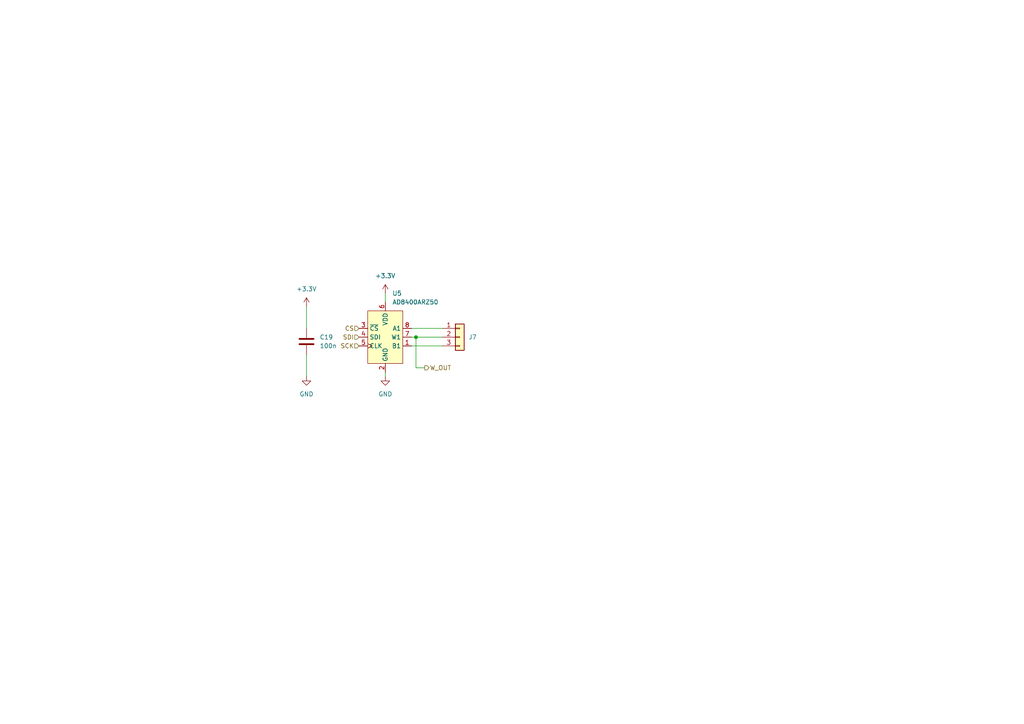
<source format=kicad_sch>
(kicad_sch (version 20211123) (generator eeschema)

  (uuid 7296a190-b3a0-49f6-b8ab-69f937b532a8)

  (paper "A4")

  (lib_symbols
    (symbol "Connector_Generic:Conn_01x03" (pin_names (offset 1.016) hide) (in_bom yes) (on_board yes)
      (property "Reference" "J" (id 0) (at 0 5.08 0)
        (effects (font (size 1.27 1.27)))
      )
      (property "Value" "Conn_01x03" (id 1) (at 0 -5.08 0)
        (effects (font (size 1.27 1.27)))
      )
      (property "Footprint" "" (id 2) (at 0 0 0)
        (effects (font (size 1.27 1.27)) hide)
      )
      (property "Datasheet" "~" (id 3) (at 0 0 0)
        (effects (font (size 1.27 1.27)) hide)
      )
      (property "ki_keywords" "connector" (id 4) (at 0 0 0)
        (effects (font (size 1.27 1.27)) hide)
      )
      (property "ki_description" "Generic connector, single row, 01x03, script generated (kicad-library-utils/schlib/autogen/connector/)" (id 5) (at 0 0 0)
        (effects (font (size 1.27 1.27)) hide)
      )
      (property "ki_fp_filters" "Connector*:*_1x??_*" (id 6) (at 0 0 0)
        (effects (font (size 1.27 1.27)) hide)
      )
      (symbol "Conn_01x03_1_1"
        (rectangle (start -1.27 -2.413) (end 0 -2.667)
          (stroke (width 0.1524) (type default) (color 0 0 0 0))
          (fill (type none))
        )
        (rectangle (start -1.27 0.127) (end 0 -0.127)
          (stroke (width 0.1524) (type default) (color 0 0 0 0))
          (fill (type none))
        )
        (rectangle (start -1.27 2.667) (end 0 2.413)
          (stroke (width 0.1524) (type default) (color 0 0 0 0))
          (fill (type none))
        )
        (rectangle (start -1.27 3.81) (end 1.27 -3.81)
          (stroke (width 0.254) (type default) (color 0 0 0 0))
          (fill (type background))
        )
        (pin passive line (at -5.08 2.54 0) (length 3.81)
          (name "Pin_1" (effects (font (size 1.27 1.27))))
          (number "1" (effects (font (size 1.27 1.27))))
        )
        (pin passive line (at -5.08 0 0) (length 3.81)
          (name "Pin_2" (effects (font (size 1.27 1.27))))
          (number "2" (effects (font (size 1.27 1.27))))
        )
        (pin passive line (at -5.08 -2.54 0) (length 3.81)
          (name "Pin_3" (effects (font (size 1.27 1.27))))
          (number "3" (effects (font (size 1.27 1.27))))
        )
      )
    )
    (symbol "Device:C" (pin_numbers hide) (pin_names (offset 0.254)) (in_bom yes) (on_board yes)
      (property "Reference" "C" (id 0) (at 0.635 2.54 0)
        (effects (font (size 1.27 1.27)) (justify left))
      )
      (property "Value" "C" (id 1) (at 0.635 -2.54 0)
        (effects (font (size 1.27 1.27)) (justify left))
      )
      (property "Footprint" "" (id 2) (at 0.9652 -3.81 0)
        (effects (font (size 1.27 1.27)) hide)
      )
      (property "Datasheet" "~" (id 3) (at 0 0 0)
        (effects (font (size 1.27 1.27)) hide)
      )
      (property "ki_keywords" "cap capacitor" (id 4) (at 0 0 0)
        (effects (font (size 1.27 1.27)) hide)
      )
      (property "ki_description" "Unpolarized capacitor" (id 5) (at 0 0 0)
        (effects (font (size 1.27 1.27)) hide)
      )
      (property "ki_fp_filters" "C_*" (id 6) (at 0 0 0)
        (effects (font (size 1.27 1.27)) hide)
      )
      (symbol "C_0_1"
        (polyline
          (pts
            (xy -2.032 -0.762)
            (xy 2.032 -0.762)
          )
          (stroke (width 0.508) (type default) (color 0 0 0 0))
          (fill (type none))
        )
        (polyline
          (pts
            (xy -2.032 0.762)
            (xy 2.032 0.762)
          )
          (stroke (width 0.508) (type default) (color 0 0 0 0))
          (fill (type none))
        )
      )
      (symbol "C_1_1"
        (pin passive line (at 0 3.81 270) (length 2.794)
          (name "~" (effects (font (size 1.27 1.27))))
          (number "1" (effects (font (size 1.27 1.27))))
        )
        (pin passive line (at 0 -3.81 90) (length 2.794)
          (name "~" (effects (font (size 1.27 1.27))))
          (number "2" (effects (font (size 1.27 1.27))))
        )
      )
    )
    (symbol "power:+3.3V" (power) (pin_names (offset 0)) (in_bom yes) (on_board yes)
      (property "Reference" "#PWR" (id 0) (at 0 -3.81 0)
        (effects (font (size 1.27 1.27)) hide)
      )
      (property "Value" "+3.3V" (id 1) (at 0 3.556 0)
        (effects (font (size 1.27 1.27)))
      )
      (property "Footprint" "" (id 2) (at 0 0 0)
        (effects (font (size 1.27 1.27)) hide)
      )
      (property "Datasheet" "" (id 3) (at 0 0 0)
        (effects (font (size 1.27 1.27)) hide)
      )
      (property "ki_keywords" "power-flag" (id 4) (at 0 0 0)
        (effects (font (size 1.27 1.27)) hide)
      )
      (property "ki_description" "Power symbol creates a global label with name \"+3.3V\"" (id 5) (at 0 0 0)
        (effects (font (size 1.27 1.27)) hide)
      )
      (symbol "+3.3V_0_1"
        (polyline
          (pts
            (xy -0.762 1.27)
            (xy 0 2.54)
          )
          (stroke (width 0) (type default) (color 0 0 0 0))
          (fill (type none))
        )
        (polyline
          (pts
            (xy 0 0)
            (xy 0 2.54)
          )
          (stroke (width 0) (type default) (color 0 0 0 0))
          (fill (type none))
        )
        (polyline
          (pts
            (xy 0 2.54)
            (xy 0.762 1.27)
          )
          (stroke (width 0) (type default) (color 0 0 0 0))
          (fill (type none))
        )
      )
      (symbol "+3.3V_1_1"
        (pin power_in line (at 0 0 90) (length 0) hide
          (name "+3.3V" (effects (font (size 1.27 1.27))))
          (number "1" (effects (font (size 1.27 1.27))))
        )
      )
    )
    (symbol "power:GND" (power) (pin_names (offset 0)) (in_bom yes) (on_board yes)
      (property "Reference" "#PWR" (id 0) (at 0 -6.35 0)
        (effects (font (size 1.27 1.27)) hide)
      )
      (property "Value" "GND" (id 1) (at 0 -3.81 0)
        (effects (font (size 1.27 1.27)))
      )
      (property "Footprint" "" (id 2) (at 0 0 0)
        (effects (font (size 1.27 1.27)) hide)
      )
      (property "Datasheet" "" (id 3) (at 0 0 0)
        (effects (font (size 1.27 1.27)) hide)
      )
      (property "ki_keywords" "power-flag" (id 4) (at 0 0 0)
        (effects (font (size 1.27 1.27)) hide)
      )
      (property "ki_description" "Power symbol creates a global label with name \"GND\" , ground" (id 5) (at 0 0 0)
        (effects (font (size 1.27 1.27)) hide)
      )
      (symbol "GND_0_1"
        (polyline
          (pts
            (xy 0 0)
            (xy 0 -1.27)
            (xy 1.27 -1.27)
            (xy 0 -2.54)
            (xy -1.27 -1.27)
            (xy 0 -1.27)
          )
          (stroke (width 0) (type default) (color 0 0 0 0))
          (fill (type none))
        )
      )
      (symbol "GND_1_1"
        (pin power_in line (at 0 0 270) (length 0) hide
          (name "GND" (effects (font (size 1.27 1.27))))
          (number "1" (effects (font (size 1.27 1.27))))
        )
      )
    )
    (symbol "symbols:AD8400ARZ50" (in_bom yes) (on_board yes)
      (property "Reference" "U" (id 0) (at 7.62 -7.62 0)
        (effects (font (size 1.27 1.27)))
      )
      (property "Value" "AD8400ARZ50" (id 1) (at 5.08 10.16 0)
        (effects (font (size 1.27 1.27)))
      )
      (property "Footprint" "Package_SO:SOP-8_3.9x4.9mm_P1.27mm" (id 2) (at 0 0 0)
        (effects (font (size 1.27 1.27)) hide)
      )
      (property "Datasheet" "" (id 3) (at 17.78 17.78 0)
        (effects (font (size 1.27 1.27)) hide)
      )
      (symbol "AD8400ARZ50_0_1"
        (rectangle (start -5.08 7.62) (end 5.08 -7.62)
          (stroke (width 0.1524) (type default) (color 0 0 0 0))
          (fill (type background))
        )
      )
      (symbol "AD8400ARZ50_1_1"
        (pin passive line (at 7.62 -2.54 180) (length 2.54)
          (name "B1" (effects (font (size 1.27 1.27))))
          (number "1" (effects (font (size 1.27 1.27))))
        )
        (pin power_in line (at 0 -10.16 90) (length 2.54)
          (name "GND" (effects (font (size 1.27 1.27))))
          (number "2" (effects (font (size 1.27 1.27))))
        )
        (pin input line (at -7.62 2.54 0) (length 2.54)
          (name "~{CS}" (effects (font (size 1.27 1.27))))
          (number "3" (effects (font (size 1.27 1.27))))
        )
        (pin input line (at -7.62 0 0) (length 2.54)
          (name "SDI" (effects (font (size 1.27 1.27))))
          (number "4" (effects (font (size 1.27 1.27))))
        )
        (pin input clock (at -7.62 -2.54 0) (length 2.54)
          (name "CLK" (effects (font (size 1.27 1.27))))
          (number "5" (effects (font (size 1.27 1.27))))
        )
        (pin power_in line (at 0 10.16 270) (length 2.54)
          (name "VDD" (effects (font (size 1.27 1.27))))
          (number "6" (effects (font (size 1.27 1.27))))
        )
        (pin passive line (at 7.62 0 180) (length 2.54)
          (name "W1" (effects (font (size 1.27 1.27))))
          (number "7" (effects (font (size 1.27 1.27))))
        )
        (pin passive line (at 7.62 2.54 180) (length 2.54)
          (name "A1" (effects (font (size 1.27 1.27))))
          (number "8" (effects (font (size 1.27 1.27))))
        )
      )
    )
  )

  (junction (at 120.65 97.79) (diameter 0) (color 0 0 0 0)
    (uuid cee579ff-d259-471c-81e5-ee3266f5cf98)
  )

  (wire (pts (xy 111.76 107.95) (xy 111.76 109.22))
    (stroke (width 0) (type default) (color 0 0 0 0))
    (uuid 0dfdb9a4-eb60-4ec5-befb-98d62a43f70b)
  )
  (wire (pts (xy 111.76 85.09) (xy 111.76 87.63))
    (stroke (width 0) (type default) (color 0 0 0 0))
    (uuid 18fd33aa-7a0c-4f80-8e9f-647e1633456f)
  )
  (wire (pts (xy 119.38 100.33) (xy 128.27 100.33))
    (stroke (width 0) (type default) (color 0 0 0 0))
    (uuid 4802042b-937e-4198-a492-f4a2c35d7830)
  )
  (wire (pts (xy 120.65 97.79) (xy 128.27 97.79))
    (stroke (width 0) (type default) (color 0 0 0 0))
    (uuid 5721f14b-466c-4ce7-9a8f-67d0d471c39a)
  )
  (wire (pts (xy 123.19 106.68) (xy 120.65 106.68))
    (stroke (width 0) (type default) (color 0 0 0 0))
    (uuid 59efeffd-18ec-4f03-a557-666d010ae589)
  )
  (wire (pts (xy 88.9 102.87) (xy 88.9 109.22))
    (stroke (width 0) (type default) (color 0 0 0 0))
    (uuid 7b930105-8b66-440c-a194-6bf538ca6cf2)
  )
  (wire (pts (xy 119.38 97.79) (xy 120.65 97.79))
    (stroke (width 0) (type default) (color 0 0 0 0))
    (uuid 9588ef3e-e317-411d-b2a4-d302d8761a18)
  )
  (wire (pts (xy 119.38 95.25) (xy 128.27 95.25))
    (stroke (width 0) (type default) (color 0 0 0 0))
    (uuid ab19e696-3bac-4920-a522-6c2bdc4d4a57)
  )
  (wire (pts (xy 88.9 88.9) (xy 88.9 95.25))
    (stroke (width 0) (type default) (color 0 0 0 0))
    (uuid b3e2cc88-f4c1-4614-92e6-982673331c8a)
  )
  (wire (pts (xy 120.65 106.68) (xy 120.65 97.79))
    (stroke (width 0) (type default) (color 0 0 0 0))
    (uuid b561a829-6410-4bea-8f87-78ad29023575)
  )

  (hierarchical_label "SDI" (shape input) (at 104.14 97.79 180)
    (effects (font (size 1.27 1.27)) (justify right))
    (uuid 10e0fde6-7a2a-42b7-8500-333f6c00a383)
  )
  (hierarchical_label "SCK" (shape input) (at 104.14 100.33 180)
    (effects (font (size 1.27 1.27)) (justify right))
    (uuid 38733af4-156b-4b7f-8277-5100ca606620)
  )
  (hierarchical_label "CS" (shape input) (at 104.14 95.25 180)
    (effects (font (size 1.27 1.27)) (justify right))
    (uuid 88d6a895-8865-4458-adc2-5e311e652c4e)
  )
  (hierarchical_label "W_OUT" (shape output) (at 123.19 106.68 0)
    (effects (font (size 1.27 1.27)) (justify left))
    (uuid 8f0728c6-a883-4fc8-a234-7e482ce99d54)
  )

  (symbol (lib_id "Device:C") (at 88.9 99.06 0) (unit 1)
    (in_bom yes) (on_board yes) (fields_autoplaced)
    (uuid 10e0e110-ba9b-4d4e-b121-aa9f40d982a1)
    (property "Reference" "C19" (id 0) (at 92.71 97.7899 0)
      (effects (font (size 1.27 1.27)) (justify left))
    )
    (property "Value" "100n" (id 1) (at 92.71 100.3299 0)
      (effects (font (size 1.27 1.27)) (justify left))
    )
    (property "Footprint" "Capacitor_SMD:C_0603_1608Metric" (id 2) (at 89.8652 102.87 0)
      (effects (font (size 1.27 1.27)) hide)
    )
    (property "Datasheet" "~" (id 3) (at 88.9 99.06 0)
      (effects (font (size 1.27 1.27)) hide)
    )
    (pin "1" (uuid fc967076-79d3-4b7c-aa69-516714a2382e))
    (pin "2" (uuid abe8da05-7660-484b-939d-89c1a4d5b782))
  )

  (symbol (lib_id "power:+3.3V") (at 111.76 85.09 0) (unit 1)
    (in_bom yes) (on_board yes) (fields_autoplaced)
    (uuid 2236219c-c94e-437d-9b09-36179ee6aa98)
    (property "Reference" "#PWR059" (id 0) (at 111.76 88.9 0)
      (effects (font (size 1.27 1.27)) hide)
    )
    (property "Value" "+3.3V" (id 1) (at 111.76 80.01 0))
    (property "Footprint" "" (id 2) (at 111.76 85.09 0)
      (effects (font (size 1.27 1.27)) hide)
    )
    (property "Datasheet" "" (id 3) (at 111.76 85.09 0)
      (effects (font (size 1.27 1.27)) hide)
    )
    (pin "1" (uuid cae5d391-ab22-48cf-8c55-dada5b50636a))
  )

  (symbol (lib_id "symbols:AD8400ARZ50") (at 111.76 97.79 0) (unit 1)
    (in_bom yes) (on_board yes) (fields_autoplaced)
    (uuid 30e485ae-1141-4387-9c07-b06afa3bb396)
    (property "Reference" "U5" (id 0) (at 113.7794 85.09 0)
      (effects (font (size 1.27 1.27)) (justify left))
    )
    (property "Value" "AD8400ARZ50" (id 1) (at 113.7794 87.63 0)
      (effects (font (size 1.27 1.27)) (justify left))
    )
    (property "Footprint" "Package_SO:SOP-8_3.9x4.9mm_P1.27mm" (id 2) (at 111.76 97.79 0)
      (effects (font (size 1.27 1.27)) hide)
    )
    (property "Datasheet" "" (id 3) (at 129.54 80.01 0)
      (effects (font (size 1.27 1.27)) hide)
    )
    (pin "1" (uuid 24f9a2df-bbc8-44d4-a8e5-7b29ee89c6dc))
    (pin "2" (uuid 8ad20e18-9e20-4af8-a76a-f638ce70aed2))
    (pin "3" (uuid 1da6be4d-a8b5-4e59-b099-5f486e89e119))
    (pin "4" (uuid 37ee2826-222f-4b35-bf3b-1901205a7e68))
    (pin "5" (uuid 5aea207b-1247-48b6-96c1-327c3d817b11))
    (pin "6" (uuid 2682be0f-f2d1-4598-97a1-bb93c4aae877))
    (pin "7" (uuid ade19557-b32e-45db-85de-584808d84477))
    (pin "8" (uuid f4f090cb-10b5-4a66-89e0-114cec870f8e))
  )

  (symbol (lib_id "power:+3.3V") (at 88.9 88.9 0) (unit 1)
    (in_bom yes) (on_board yes) (fields_autoplaced)
    (uuid 893f6363-b11d-41d3-a968-d4dd0bc3f68d)
    (property "Reference" "#PWR057" (id 0) (at 88.9 92.71 0)
      (effects (font (size 1.27 1.27)) hide)
    )
    (property "Value" "+3.3V" (id 1) (at 88.9 83.82 0))
    (property "Footprint" "" (id 2) (at 88.9 88.9 0)
      (effects (font (size 1.27 1.27)) hide)
    )
    (property "Datasheet" "" (id 3) (at 88.9 88.9 0)
      (effects (font (size 1.27 1.27)) hide)
    )
    (pin "1" (uuid ef871055-1c59-4048-ba51-b9dcbb6d7f9e))
  )

  (symbol (lib_id "power:GND") (at 88.9 109.22 0) (unit 1)
    (in_bom yes) (on_board yes) (fields_autoplaced)
    (uuid bd044046-0e07-4a23-bf4f-a59f9a699dcf)
    (property "Reference" "#PWR058" (id 0) (at 88.9 115.57 0)
      (effects (font (size 1.27 1.27)) hide)
    )
    (property "Value" "GND" (id 1) (at 88.9 114.3 0))
    (property "Footprint" "" (id 2) (at 88.9 109.22 0)
      (effects (font (size 1.27 1.27)) hide)
    )
    (property "Datasheet" "" (id 3) (at 88.9 109.22 0)
      (effects (font (size 1.27 1.27)) hide)
    )
    (pin "1" (uuid d8094a45-e1b0-4c9d-88d5-0ec4e55f1366))
  )

  (symbol (lib_id "Connector_Generic:Conn_01x03") (at 133.35 97.79 0) (unit 1)
    (in_bom yes) (on_board yes) (fields_autoplaced)
    (uuid c2974b19-8e2f-48c8-94b5-9d74f27eae1c)
    (property "Reference" "J7" (id 0) (at 135.89 97.7899 0)
      (effects (font (size 1.27 1.27)) (justify left))
    )
    (property "Value" "Conn_01x03" (id 1) (at 133.35 102.87 0)
      (effects (font (size 1.27 1.27)) hide)
    )
    (property "Footprint" "Connector:FanPinHeader_1x03_P2.54mm_Vertical" (id 2) (at 133.35 97.79 0)
      (effects (font (size 1.27 1.27)) hide)
    )
    (property "Datasheet" "~" (id 3) (at 133.35 97.79 0)
      (effects (font (size 1.27 1.27)) hide)
    )
    (pin "1" (uuid 60469258-054c-40e4-9047-7d08dd16b2cc))
    (pin "2" (uuid 402ae075-f11d-4965-a1dc-b670b96e2ded))
    (pin "3" (uuid 2c079e01-0a12-4521-bc2d-2b590c4c9353))
  )

  (symbol (lib_id "power:GND") (at 111.76 109.22 0) (unit 1)
    (in_bom yes) (on_board yes) (fields_autoplaced)
    (uuid e1703fbe-b565-42bb-b907-651212e5122e)
    (property "Reference" "#PWR060" (id 0) (at 111.76 115.57 0)
      (effects (font (size 1.27 1.27)) hide)
    )
    (property "Value" "GND" (id 1) (at 111.76 114.3 0))
    (property "Footprint" "" (id 2) (at 111.76 109.22 0)
      (effects (font (size 1.27 1.27)) hide)
    )
    (property "Datasheet" "" (id 3) (at 111.76 109.22 0)
      (effects (font (size 1.27 1.27)) hide)
    )
    (pin "1" (uuid f7426633-d055-40f1-838c-4d9a840e9edc))
  )
)

</source>
